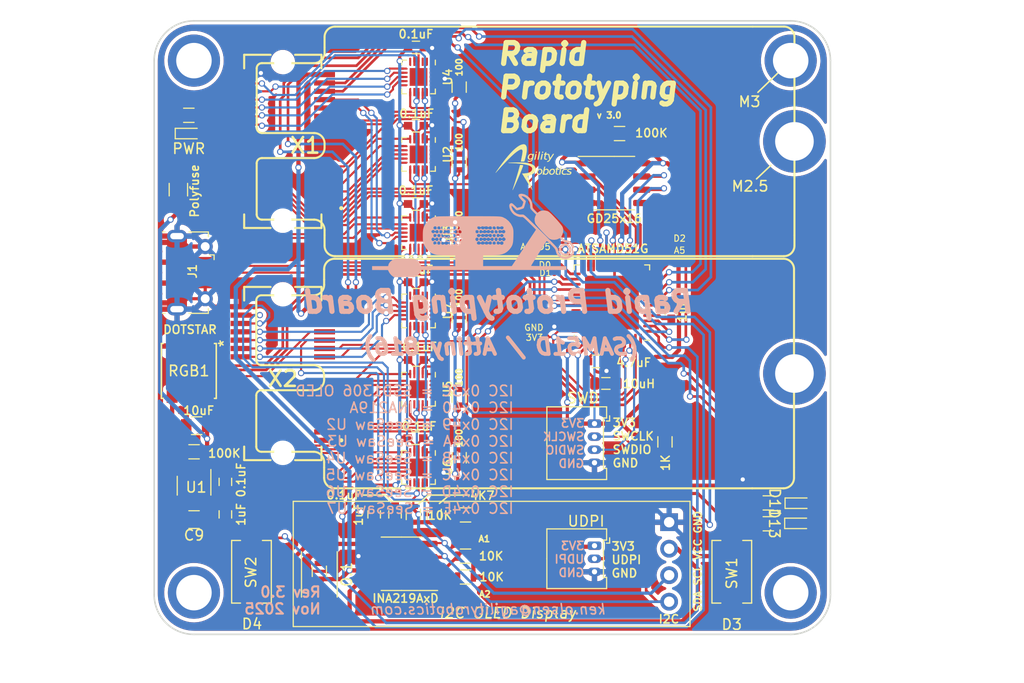
<source format=kicad_pcb>
(kicad_pcb (version 20211014) (generator pcbnew)

  (general
    (thickness 1.6)
  )

  (paper "A")
  (title_block
    (title "Beetje 32U4 Blok")
    (date "2018-08-10")
    (rev "0.0")
    (company "www.MakersBox.us")
    (comment 1 "648.ken@gmail.com")
  )

  (layers
    (0 "F.Cu" signal)
    (31 "B.Cu" signal)
    (32 "B.Adhes" user "B.Adhesive")
    (33 "F.Adhes" user "F.Adhesive")
    (34 "B.Paste" user)
    (35 "F.Paste" user)
    (36 "B.SilkS" user "B.Silkscreen")
    (37 "F.SilkS" user "F.Silkscreen")
    (38 "B.Mask" user)
    (39 "F.Mask" user)
    (40 "Dwgs.User" user "User.Drawings")
    (41 "Cmts.User" user "User.Comments")
    (42 "Eco1.User" user "User.Eco1")
    (43 "Eco2.User" user "User.Eco2")
    (44 "Edge.Cuts" user)
    (45 "Margin" user)
    (46 "B.CrtYd" user "B.Courtyard")
    (47 "F.CrtYd" user "F.Courtyard")
    (48 "B.Fab" user)
    (49 "F.Fab" user)
  )

  (setup
    (pad_to_mask_clearance 0)
    (pcbplotparams
      (layerselection 0x00010f0_ffffffff)
      (disableapertmacros false)
      (usegerberextensions true)
      (usegerberattributes true)
      (usegerberadvancedattributes true)
      (creategerberjobfile false)
      (svguseinch false)
      (svgprecision 6)
      (excludeedgelayer true)
      (plotframeref false)
      (viasonmask false)
      (mode 1)
      (useauxorigin false)
      (hpglpennumber 1)
      (hpglpenspeed 20)
      (hpglpendiameter 15.000000)
      (dxfpolygonmode true)
      (dxfimperialunits true)
      (dxfusepcbnewfont true)
      (psnegative false)
      (psa4output false)
      (plotreference true)
      (plotvalue true)
      (plotinvisibletext false)
      (sketchpadsonfab false)
      (subtractmaskfromsilk false)
      (outputformat 1)
      (mirror false)
      (drillshape 0)
      (scaleselection 1)
      (outputdirectory "gerbers/")
    )
  )

  (net 0 "")
  (net 1 "GND")
  (net 2 "/D4")
  (net 3 "Net-(A1-Pad1)")
  (net 4 "/D8")
  (net 5 "/D13")
  (net 6 "/D12")
  (net 7 "/D10")
  (net 8 "/D9")
  (net 9 "/D7")
  (net 10 "+3V3")
  (net 11 "/A3")
  (net 12 "/A5")
  (net 13 "/SCK")
  (net 14 "/MOSI")
  (net 15 "/MISO")
  (net 16 "Net-(A2-Pad1)")
  (net 17 "Net-(C1-Pad2)")
  (net 18 "Net-(C15-Pad2)")
  (net 19 "/~{RESET}")
  (net 20 "/D+")
  (net 21 "/D-")
  (net 22 "Net-(D2-Pad1)")
  (net 23 "+5V")
  (net 24 "Net-(D11-Pad1)")
  (net 25 "Net-(D13-Pad1)")
  (net 26 "/SWCLK")
  (net 27 "/SWDIO")
  (net 28 "Net-(L1-Pad2)")
  (net 29 "Net-(R8-Pad1)")
  (net 30 "VBUS")
  (net 31 "/QSPI_CS")
  (net 32 "/SCL")
  (net 33 "/DS_DATA")
  (net 34 "/DS_CLK")
  (net 35 "/D11")
  (net 36 "/A1")
  (net 37 "/A2")
  (net 38 "/A4")
  (net 39 "/SDA")
  (net 40 "unconnected-(P1-Pad1)")
  (net 41 "unconnected-(P2-Pad1)")
  (net 42 "unconnected-(P3-Pad1)")
  (net 43 "unconnected-(P4-Pad1)")
  (net 44 "unconnected-(P5-Pad1)")
  (net 45 "unconnected-(P6-Pad1)")
  (net 46 "/UDP0")
  (net 47 "/AREF")
  (net 48 "/01")
  (net 49 "/02")
  (net 50 "/03")
  (net 51 "/04")
  (net 52 "/05")
  (net 53 "/06")
  (net 54 "/07")
  (net 55 "/08")
  (net 56 "/09")
  (net 57 "/10")
  (net 58 "/11")
  (net 59 "/12")
  (net 60 "/13")
  (net 61 "/14")
  (net 62 "/15")
  (net 63 "/16")
  (net 64 "/24")
  (net 65 "/23")
  (net 66 "/22")
  (net 67 "/21")
  (net 68 "/20")
  (net 69 "/19")
  (net 70 "/18")
  (net 71 "/17")
  (net 72 "/25")
  (net 73 "/26")
  (net 74 "/27")
  (net 75 "/28")
  (net 76 "/29")
  (net 77 "/30")
  (net 78 "/31")
  (net 79 "/32")
  (net 80 "/40")
  (net 81 "/39")
  (net 82 "/38")
  (net 83 "/37")
  (net 84 "/36")
  (net 85 "/35")
  (net 86 "/34")
  (net 87 "/33")
  (net 88 "/UDP1")
  (net 89 "/UDP2")
  (net 90 "/UDP3")
  (net 91 "/UDP4")
  (net 92 "/UDP5")
  (net 93 "unconnected-(RGB1-Pad5)")
  (net 94 "unconnected-(U2-Pad10)")
  (net 95 "/UDPI")
  (net 96 "unconnected-(U2-Pad12)")
  (net 97 "unconnected-(U2-Pad15)")
  (net 98 "unconnected-(U2-Pad16)")
  (net 99 "unconnected-(U2-Pad17)")
  (net 100 "unconnected-(U2-Pad18)")
  (net 101 "unconnected-(U3-Pad10)")
  (net 102 "unconnected-(U3-Pad12)")
  (net 103 "unconnected-(U3-Pad15)")
  (net 104 "unconnected-(U3-Pad16)")
  (net 105 "unconnected-(U3-Pad18)")
  (net 106 "unconnected-(U4-Pad20)")
  (net 107 "unconnected-(U4-Pad17)")
  (net 108 "unconnected-(U4-Pad16)")
  (net 109 "unconnected-(U4-Pad15)")
  (net 110 "unconnected-(U4-Pad12)")
  (net 111 "unconnected-(U4-Pad10)")
  (net 112 "unconnected-(U4-Pad5)")
  (net 113 "unconnected-(U4-Pad2)")
  (net 114 "unconnected-(U4-Pad1)")
  (net 115 "unconnected-(U5-Pad10)")
  (net 116 "unconnected-(U5-Pad12)")
  (net 117 "unconnected-(U5-Pad15)")
  (net 118 "unconnected-(U5-Pad16)")
  (net 119 "unconnected-(U5-Pad17)")
  (net 120 "unconnected-(U5-Pad18)")
  (net 121 "unconnected-(U6-Pad18)")
  (net 122 "unconnected-(U6-Pad16)")
  (net 123 "unconnected-(U6-Pad15)")
  (net 124 "unconnected-(U6-Pad12)")
  (net 125 "unconnected-(U6-Pad10)")
  (net 126 "unconnected-(U7-Pad1)")
  (net 127 "unconnected-(U7-Pad2)")
  (net 128 "unconnected-(U7-Pad5)")
  (net 129 "unconnected-(U7-Pad10)")
  (net 130 "unconnected-(U7-Pad12)")
  (net 131 "unconnected-(U7-Pad15)")
  (net 132 "unconnected-(U7-Pad16)")
  (net 133 "unconnected-(U7-Pad17)")
  (net 134 "unconnected-(U7-Pad20)")
  (net 135 "unconnected-(RGB1-Pad6)")
  (net 136 "/D3")
  (net 137 "/RX_D0")
  (net 138 "/TX_D1")
  (net 139 "/D2")
  (net 140 "/A0{slash}D5")
  (net 141 "unconnected-(U1-Pad4)")
  (net 142 "/QSPI_DATA_0")
  (net 143 "/QSPI_DATA_1")
  (net 144 "/QSPI_DATA_2")
  (net 145 "/QSPI_DATA_3")
  (net 146 "/QSPI_SCK")
  (net 147 "unconnected-(U9-Pad39)")
  (net 148 "unconnected-(J1-Pad4)")

  (footprint "footprints:M3mount" (layer "F.Cu") (at 110.49 80.01))

  (footprint "footprints:M25standoff" (layer "F.Cu") (at 168 87.75))

  (footprint "footprints:M3mount" (layer "F.Cu") (at 167.64 80.01))

  (footprint "footprints:M3mount" (layer "F.Cu") (at 167.64 131))

  (footprint "footprints:M25standoff" (layer "F.Cu") (at 168 110))

  (footprint "footprints:SAMTEC_MEC8-113-TOP-BOTTOM" (layer "F.Cu") (at 119 110 90))

  (footprint "footprints:SAMTEC_MEC8-113-TOP-BOTTOM" (layer "F.Cu") (at 119 87.75 90))

  (footprint "footprints:M3mount" (layer "F.Cu") (at 110.49 131))

  (footprint "Connector_Molex:Molex_PicoBlade_53048-0310_1x03_P1.25mm_Horizontal" (layer "F.Cu") (at 148.85 126.5 -90))

  (footprint "footprints:R_0603" (layer "F.Cu") (at 135.89 97.282 90))

  (footprint "footprints:R_0603" (layer "F.Cu") (at 135.89 82.55 -90))

  (footprint "footprints:R_0603" (layer "F.Cu") (at 135.89 112.268 -90))

  (footprint "footprints:R_0603" (layer "F.Cu") (at 135.89 118.072 -90))

  (footprint "footprints:R_0603" (layer "F.Cu") (at 135.89 89.724 -90))

  (footprint "footprints:R_0603" (layer "F.Cu") (at 135.89 104.636 -90))

  (footprint "footprints:R_0603" (layer "F.Cu") (at 136.5 123.55))

  (footprint "footprints:AR_logo_18mm" (layer "F.Cu") (at 143 90.25))

  (footprint "Package_DFN_QFN:VQFN-20-1EP_3x3mm_P0.4mm_EP1.7x1.7mm" (layer "F.Cu") (at 132 111.5 -90))

  (footprint "Package_DFN_QFN:VQFN-20-1EP_3x3mm_P0.4mm_EP1.7x1.7mm" (layer "F.Cu") (at 132 104 -90))

  (footprint "footprints:C_0603" (layer "F.Cu") (at 131.75 86.25))

  (footprint "footprints:C_0603" (layer "F.Cu") (at 131.75 101.25))

  (footprint "footprints:C_0603" (layer "F.Cu") (at 131.7 116.2))

  (footprint "footprints:C_0603" (layer "F.Cu") (at 131.75 108.7))

  (footprint "Package_DFN_QFN:VQFN-20-1EP_3x3mm_P0.4mm_EP1.7x1.7mm" (layer "F.Cu") (at 132 96.5 -90))

  (footprint "Package_DFN_QFN:VQFN-20-1EP_3x3mm_P0.4mm_EP1.7x1.7mm" (layer "F.Cu") (at 132 89 -90))

  (footprint "footprints:MEC8-113-CARD_2outline" (layer "F.Cu") (at 116.459 120 90))

  (footprint "footprints:MEC8-113-CARD_2outline" (layer "F.Cu") (at 116.5 97.75 90))

  (footprint "footprints:PinHeader_1x04_P2.54mm_Vertical" (layer "F.Cu") (at 156 124.25))

  (footprint "footprints:C_0603" (layer "F.Cu") (at 131.75 93.75))

  (footprint "Package_DFN_QFN:VQFN-20-1EP_3x3mm_P0.4mm_EP1.7x1.7mm" (layer "F.Cu") (at 132 81.575 -90))

  (footprint "Package_DFN_QFN:VQFN-20-1EP_3x3mm_P0.4mm_EP1.7x1.7mm" (layer "F.Cu") (at 132 119 -90))

  (footprint "footprints:C_0603" (layer "F.Cu") (at 131.75 78.75))

  (footprint "footprints:C_0603" (layer "F.Cu") (at 113.5 123.5 90))

  (footprint "footprints:C_0603" (layer "F.Cu") (at 127.75 123.5 -90))

  (footprint "footprints:R_0603" (layer "F.Cu") (at 151.25 87 180))

  (footprint "footprints:TestPoint_Pad_D0.6mm" (layer "F.Cu") (at 156 97.05))

  (footprint "footprints:LED_0603" (layer "F.Cu") (at 168.402 122.428))

  (footprint "footprints:TestPoint_Pad_D0.6mm" (layer "F.Cu") (at 145 100.35))

  (footprint "footprints:SOT-23-5" (layer "F.Cu")
    (tedit 58CE4E7E) (tstamp 24a72460-82fc-4a12-a6b8-93d7fc5f9a7c)
    (at 110.5 120.75 -90)
    (descr "5-pin SOT23 package")
    (tags "SOT-23-5")
    (property "Sheetfile" "Board RPB30 SAM51 SeeSaw.kicad_sch")
    (property "Sheetname" "")
    (path "/edc05089-718b-489e-8d16-ab0284de89f2")
    (attr smd)
    (fp_text reference "U1" (at 0.15 -0.2 180) (layer "F.SilkS")
      (effects (font (size 1 1) (thickness 0.15)))
      (tstamp efe8377b-9586-45df-8085-e181110d2f3b)
    )
    (fp_text value "AP2127K" (at 0 2.9 90) (layer "F.Fab")
      (effects (font (size 1 1) (thickness 0.15)))
      (tstamp cebb0ffe-9432-4dc1-ba38-b7156090e290)
    )
    (fp_text user "${REFERENCE}" (at 0 0) (layer "F.Fab")
      (effects (font (size 0.5 0.5) (thickness 0.075)))
      (tstamp bf141836-68d0-403f-8687-3719fb07b56f)
    )
    (fp_line (start -0.9 1.61) (end 0.9 1.61) (layer "F.SilkS") (width 0.12) (tstamp 5cc1814b-8492-4f9a-8542-0230b14fcba4))
    (fp_line (start 0.9 -1.61) (end -1.55 -1.61) (layer "F.SilkS") (width 0.12) (tstamp 6bb47016-63c8-4c41-8bbb-25ba143a2319))
    (fp_line (start 1.9 1.8) (end -1.9 1.8) (layer "F.CrtYd") (width 0.05) (tstamp 25bc5566-f4a7-409b-a04e-01e4b03d288f))
    (fp_line (start 1.9 -1.8) (end 1.9 1.8) (layer "F.CrtYd") (width 0.05) (tstamp 57f46035-a8b8-41ce-bb6a-d35283181f5f))
    (fp_line (start -1.9 1.8) (end -1.9 -1.8) (layer "F.CrtYd") (width 0.05) (tstamp 81af2a28-b99a-4941-865b-3d523abb51f6))
    (fp_line (start -1.9 -1.8) (end 1.9 -1.8) (layer "F.CrtYd") (width 0.05) (tstamp ecb9e694-cc68-4314-a240-2566bda79c2a))
    (fp_line (start 0.9 1.55) (end -0.9 1.55) (layer "F.Fab") (width 0.1) (tstamp 193c39bb-3d49-4486-963f-b4bdcb58e363))
    (fp_line (start 0.9 -1.55) (end 0.9 1.55) (layer "F.Fab") (width 0.1) (tstamp 4a17c417-5150-4401-a8f1-4fa686f7ab53))
    (fp_line (start 0.9 -1.55) (end -0.25 -1.55) (layer "F.Fab") (width 0.1) (tstamp 61226c6f-5a4d-4ae5-8f3c-7ed0cc51d175))
    (fp_line (start -0.9 -0.9) (end -0.25 -1.55) (layer "F.Fab") (width 0.1) (tstamp 9acebd51-491f-40d2-b5b1-053b48bd323f))
    (fp_line (start -0.9 -0.9) (end -0.9 1.55) (layer "F.Fab") (width 0.1) (tstamp a74d0781-12b8-4c7c-9897-e2108a2339dc))
    (pad "1" smd rect locked (at -1.1 -0.95 270) (size 1.06 0.65) (layers "F.Cu" "F.Paste" "F.Mask")
      (net 17 "Net-(C1-Pad2)") (pinfunction "VIN") (pintype "power_in") (tstamp 7df56946-06c1-451a-a394-9e6bc8f8b46a))
    (pad "2" smd rect locked (at -1.1 0 270) (size 1.06 0.65) (layers "F.Cu" "F.Paste" "F.Mask")
      (net 1 "GND") (pinfunction "GND") (pintype "power_in") (tstamp c2d021a5-26bf-42df-b24f-97a8501c9b73))
    (pad "3" smd rect locked (at -1.1 0.95 270) (size 1.06 0.65) (layers "F.Cu" "F.Paste" "F.Mask")
      (net 29 "Net-(R8-Pad1)") (pinfunction "EN") (pintype "input") (tstamp 02af5195-3cfe-4b27-9c91-64086f27a749))
    (pad "4" smd rect locked (at 1.1 0.95 270) (size 1.06 0.65) (layers "F.Cu" "F.Paste" "F.Mask")
      (net 141 "unconnected-(U1-Pad4)") (pinfunction "NC") (pintype "no_connect") (tstamp 39517993-7dd2-4fa7-85bc-d61b8e8697ec))
    (pad "5" smd rect locked (at 1.1 -0.95 270) (size 1.06 0.65) (layers "F.Cu" "F.Paste" "F.Mask")
      (net 10 "+3V3") (pinfunction "VOUT") (pintype "power_out") (tstamp 19f32c47-a2bc-484e-958f-a38855407996
... [997651 chars truncated]
</source>
